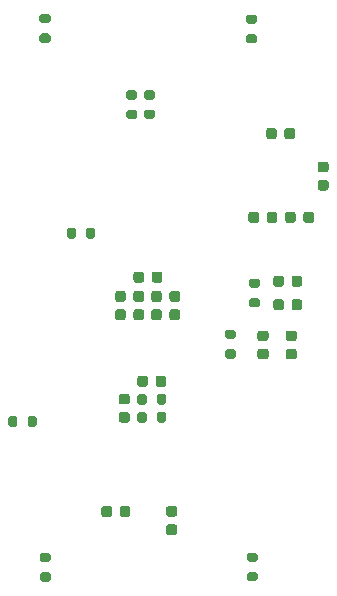
<source format=gbr>
%TF.GenerationSoftware,KiCad,Pcbnew,(5.1.9)-1*%
%TF.CreationDate,2021-04-28T15:16:42-04:00*%
%TF.ProjectId,final_design_v3,66696e61-6c5f-4646-9573-69676e5f7633,rev?*%
%TF.SameCoordinates,Original*%
%TF.FileFunction,Paste,Bot*%
%TF.FilePolarity,Positive*%
%FSLAX46Y46*%
G04 Gerber Fmt 4.6, Leading zero omitted, Abs format (unit mm)*
G04 Created by KiCad (PCBNEW (5.1.9)-1) date 2021-04-28 15:16:42*
%MOMM*%
%LPD*%
G01*
G04 APERTURE LIST*
G04 APERTURE END LIST*
%TO.C,C1*%
G36*
G01*
X138638400Y-97514600D02*
X138638400Y-98014600D01*
G75*
G02*
X138413400Y-98239600I-225000J0D01*
G01*
X137963400Y-98239600D01*
G75*
G02*
X137738400Y-98014600I0J225000D01*
G01*
X137738400Y-97514600D01*
G75*
G02*
X137963400Y-97289600I225000J0D01*
G01*
X138413400Y-97289600D01*
G75*
G02*
X138638400Y-97514600I0J-225000D01*
G01*
G37*
G36*
G01*
X140188400Y-97514600D02*
X140188400Y-98014600D01*
G75*
G02*
X139963400Y-98239600I-225000J0D01*
G01*
X139513400Y-98239600D01*
G75*
G02*
X139288400Y-98014600I0J225000D01*
G01*
X139288400Y-97514600D01*
G75*
G02*
X139513400Y-97289600I225000J0D01*
G01*
X139963400Y-97289600D01*
G75*
G02*
X140188400Y-97514600I0J-225000D01*
G01*
G37*
%TD*%
%TO.C,C2*%
G36*
G01*
X141687000Y-100689600D02*
X141687000Y-101189600D01*
G75*
G02*
X141462000Y-101414600I-225000J0D01*
G01*
X141012000Y-101414600D01*
G75*
G02*
X140787000Y-101189600I0J225000D01*
G01*
X140787000Y-100689600D01*
G75*
G02*
X141012000Y-100464600I225000J0D01*
G01*
X141462000Y-100464600D01*
G75*
G02*
X141687000Y-100689600I0J-225000D01*
G01*
G37*
G36*
G01*
X140137000Y-100689600D02*
X140137000Y-101189600D01*
G75*
G02*
X139912000Y-101414600I-225000J0D01*
G01*
X139462000Y-101414600D01*
G75*
G02*
X139237000Y-101189600I0J225000D01*
G01*
X139237000Y-100689600D01*
G75*
G02*
X139462000Y-100464600I225000J0D01*
G01*
X139912000Y-100464600D01*
G75*
G02*
X140137000Y-100689600I0J-225000D01*
G01*
G37*
%TD*%
%TO.C,C3*%
G36*
G01*
X137739000Y-101189600D02*
X137739000Y-100689600D01*
G75*
G02*
X137964000Y-100464600I225000J0D01*
G01*
X138414000Y-100464600D01*
G75*
G02*
X138639000Y-100689600I0J-225000D01*
G01*
X138639000Y-101189600D01*
G75*
G02*
X138414000Y-101414600I-225000J0D01*
G01*
X137964000Y-101414600D01*
G75*
G02*
X137739000Y-101189600I0J225000D01*
G01*
G37*
G36*
G01*
X136189000Y-101189600D02*
X136189000Y-100689600D01*
G75*
G02*
X136414000Y-100464600I225000J0D01*
G01*
X136864000Y-100464600D01*
G75*
G02*
X137089000Y-100689600I0J-225000D01*
G01*
X137089000Y-101189600D01*
G75*
G02*
X136864000Y-101414600I-225000J0D01*
G01*
X136414000Y-101414600D01*
G75*
G02*
X136189000Y-101189600I0J225000D01*
G01*
G37*
%TD*%
%TO.C,C4*%
G36*
G01*
X136189000Y-99640200D02*
X136189000Y-99140200D01*
G75*
G02*
X136414000Y-98915200I225000J0D01*
G01*
X136864000Y-98915200D01*
G75*
G02*
X137089000Y-99140200I0J-225000D01*
G01*
X137089000Y-99640200D01*
G75*
G02*
X136864000Y-99865200I-225000J0D01*
G01*
X136414000Y-99865200D01*
G75*
G02*
X136189000Y-99640200I0J225000D01*
G01*
G37*
G36*
G01*
X137739000Y-99640200D02*
X137739000Y-99140200D01*
G75*
G02*
X137964000Y-98915200I225000J0D01*
G01*
X138414000Y-98915200D01*
G75*
G02*
X138639000Y-99140200I0J-225000D01*
G01*
X138639000Y-99640200D01*
G75*
G02*
X138414000Y-99865200I-225000J0D01*
G01*
X137964000Y-99865200D01*
G75*
G02*
X137739000Y-99640200I0J225000D01*
G01*
G37*
%TD*%
%TO.C,C5*%
G36*
G01*
X140141399Y-99142601D02*
X140141399Y-99642601D01*
G75*
G02*
X139916399Y-99867601I-225000J0D01*
G01*
X139466399Y-99867601D01*
G75*
G02*
X139241399Y-99642601I0J225000D01*
G01*
X139241399Y-99142601D01*
G75*
G02*
X139466399Y-98917601I225000J0D01*
G01*
X139916399Y-98917601D01*
G75*
G02*
X140141399Y-99142601I0J-225000D01*
G01*
G37*
G36*
G01*
X141691399Y-99142601D02*
X141691399Y-99642601D01*
G75*
G02*
X141466399Y-99867601I-225000J0D01*
G01*
X141016399Y-99867601D01*
G75*
G02*
X140791399Y-99642601I0J225000D01*
G01*
X140791399Y-99142601D01*
G75*
G02*
X141016399Y-98917601I225000J0D01*
G01*
X141466399Y-98917601D01*
G75*
G02*
X141691399Y-99142601I0J-225000D01*
G01*
G37*
%TD*%
%TO.C,C8*%
G36*
G01*
X150475000Y-99850000D02*
X150475000Y-100350000D01*
G75*
G02*
X150250000Y-100575000I-225000J0D01*
G01*
X149800000Y-100575000D01*
G75*
G02*
X149575000Y-100350000I0J225000D01*
G01*
X149575000Y-99850000D01*
G75*
G02*
X149800000Y-99625000I225000J0D01*
G01*
X150250000Y-99625000D01*
G75*
G02*
X150475000Y-99850000I0J-225000D01*
G01*
G37*
G36*
G01*
X152025000Y-99850000D02*
X152025000Y-100350000D01*
G75*
G02*
X151800000Y-100575000I-225000J0D01*
G01*
X151350000Y-100575000D01*
G75*
G02*
X151125000Y-100350000I0J225000D01*
G01*
X151125000Y-99850000D01*
G75*
G02*
X151350000Y-99625000I225000J0D01*
G01*
X151800000Y-99625000D01*
G75*
G02*
X152025000Y-99850000I0J-225000D01*
G01*
G37*
%TD*%
%TO.C,C9*%
G36*
G01*
X148950000Y-103175000D02*
X148450000Y-103175000D01*
G75*
G02*
X148225000Y-102950000I0J225000D01*
G01*
X148225000Y-102500000D01*
G75*
G02*
X148450000Y-102275000I225000J0D01*
G01*
X148950000Y-102275000D01*
G75*
G02*
X149175000Y-102500000I0J-225000D01*
G01*
X149175000Y-102950000D01*
G75*
G02*
X148950000Y-103175000I-225000J0D01*
G01*
G37*
G36*
G01*
X148950000Y-104725000D02*
X148450000Y-104725000D01*
G75*
G02*
X148225000Y-104500000I0J225000D01*
G01*
X148225000Y-104050000D01*
G75*
G02*
X148450000Y-103825000I225000J0D01*
G01*
X148950000Y-103825000D01*
G75*
G02*
X149175000Y-104050000I0J-225000D01*
G01*
X149175000Y-104500000D01*
G75*
G02*
X148950000Y-104725000I-225000J0D01*
G01*
G37*
%TD*%
%TO.C,C10*%
G36*
G01*
X151350000Y-104725000D02*
X150850000Y-104725000D01*
G75*
G02*
X150625000Y-104500000I0J225000D01*
G01*
X150625000Y-104050000D01*
G75*
G02*
X150850000Y-103825000I225000J0D01*
G01*
X151350000Y-103825000D01*
G75*
G02*
X151575000Y-104050000I0J-225000D01*
G01*
X151575000Y-104500000D01*
G75*
G02*
X151350000Y-104725000I-225000J0D01*
G01*
G37*
G36*
G01*
X151350000Y-103175000D02*
X150850000Y-103175000D01*
G75*
G02*
X150625000Y-102950000I0J225000D01*
G01*
X150625000Y-102500000D01*
G75*
G02*
X150850000Y-102275000I225000J0D01*
G01*
X151350000Y-102275000D01*
G75*
G02*
X151575000Y-102500000I0J-225000D01*
G01*
X151575000Y-102950000D01*
G75*
G02*
X151350000Y-103175000I-225000J0D01*
G01*
G37*
%TD*%
%TO.C,C11*%
G36*
G01*
X152025000Y-97850000D02*
X152025000Y-98350000D01*
G75*
G02*
X151800000Y-98575000I-225000J0D01*
G01*
X151350000Y-98575000D01*
G75*
G02*
X151125000Y-98350000I0J225000D01*
G01*
X151125000Y-97850000D01*
G75*
G02*
X151350000Y-97625000I225000J0D01*
G01*
X151800000Y-97625000D01*
G75*
G02*
X152025000Y-97850000I0J-225000D01*
G01*
G37*
G36*
G01*
X150475000Y-97850000D02*
X150475000Y-98350000D01*
G75*
G02*
X150250000Y-98575000I-225000J0D01*
G01*
X149800000Y-98575000D01*
G75*
G02*
X149575000Y-98350000I0J225000D01*
G01*
X149575000Y-97850000D01*
G75*
G02*
X149800000Y-97625000I225000J0D01*
G01*
X150250000Y-97625000D01*
G75*
G02*
X150475000Y-97850000I0J-225000D01*
G01*
G37*
%TD*%
%TO.C,C12*%
G36*
G01*
X139618600Y-106828400D02*
X139618600Y-106328400D01*
G75*
G02*
X139843600Y-106103400I225000J0D01*
G01*
X140293600Y-106103400D01*
G75*
G02*
X140518600Y-106328400I0J-225000D01*
G01*
X140518600Y-106828400D01*
G75*
G02*
X140293600Y-107053400I-225000J0D01*
G01*
X139843600Y-107053400D01*
G75*
G02*
X139618600Y-106828400I0J225000D01*
G01*
G37*
G36*
G01*
X138068600Y-106828400D02*
X138068600Y-106328400D01*
G75*
G02*
X138293600Y-106103400I225000J0D01*
G01*
X138743600Y-106103400D01*
G75*
G02*
X138968600Y-106328400I0J-225000D01*
G01*
X138968600Y-106828400D01*
G75*
G02*
X138743600Y-107053400I-225000J0D01*
G01*
X138293600Y-107053400D01*
G75*
G02*
X138068600Y-106828400I0J225000D01*
G01*
G37*
%TD*%
%TO.C,C13*%
G36*
G01*
X137206800Y-110089400D02*
X136706800Y-110089400D01*
G75*
G02*
X136481800Y-109864400I0J225000D01*
G01*
X136481800Y-109414400D01*
G75*
G02*
X136706800Y-109189400I225000J0D01*
G01*
X137206800Y-109189400D01*
G75*
G02*
X137431800Y-109414400I0J-225000D01*
G01*
X137431800Y-109864400D01*
G75*
G02*
X137206800Y-110089400I-225000J0D01*
G01*
G37*
G36*
G01*
X137206800Y-108539400D02*
X136706800Y-108539400D01*
G75*
G02*
X136481800Y-108314400I0J225000D01*
G01*
X136481800Y-107864400D01*
G75*
G02*
X136706800Y-107639400I225000J0D01*
G01*
X137206800Y-107639400D01*
G75*
G02*
X137431800Y-107864400I0J-225000D01*
G01*
X137431800Y-108314400D01*
G75*
G02*
X137206800Y-108539400I-225000J0D01*
G01*
G37*
%TD*%
%TO.C,C15*%
G36*
G01*
X137470600Y-117352000D02*
X137470600Y-117852000D01*
G75*
G02*
X137245600Y-118077000I-225000J0D01*
G01*
X136795600Y-118077000D01*
G75*
G02*
X136570600Y-117852000I0J225000D01*
G01*
X136570600Y-117352000D01*
G75*
G02*
X136795600Y-117127000I225000J0D01*
G01*
X137245600Y-117127000D01*
G75*
G02*
X137470600Y-117352000I0J-225000D01*
G01*
G37*
G36*
G01*
X135920600Y-117352000D02*
X135920600Y-117852000D01*
G75*
G02*
X135695600Y-118077000I-225000J0D01*
G01*
X135245600Y-118077000D01*
G75*
G02*
X135020600Y-117852000I0J225000D01*
G01*
X135020600Y-117352000D01*
G75*
G02*
X135245600Y-117127000I225000J0D01*
G01*
X135695600Y-117127000D01*
G75*
G02*
X135920600Y-117352000I0J-225000D01*
G01*
G37*
%TD*%
%TO.C,C16*%
G36*
G01*
X140720000Y-118689000D02*
X141220000Y-118689000D01*
G75*
G02*
X141445000Y-118914000I0J-225000D01*
G01*
X141445000Y-119364000D01*
G75*
G02*
X141220000Y-119589000I-225000J0D01*
G01*
X140720000Y-119589000D01*
G75*
G02*
X140495000Y-119364000I0J225000D01*
G01*
X140495000Y-118914000D01*
G75*
G02*
X140720000Y-118689000I225000J0D01*
G01*
G37*
G36*
G01*
X140720000Y-117139000D02*
X141220000Y-117139000D01*
G75*
G02*
X141445000Y-117364000I0J-225000D01*
G01*
X141445000Y-117814000D01*
G75*
G02*
X141220000Y-118039000I-225000J0D01*
G01*
X140720000Y-118039000D01*
G75*
G02*
X140495000Y-117814000I0J225000D01*
G01*
X140495000Y-117364000D01*
G75*
G02*
X140720000Y-117139000I225000J0D01*
G01*
G37*
%TD*%
%TO.C,C21*%
G36*
G01*
X149925000Y-92450000D02*
X149925000Y-92950000D01*
G75*
G02*
X149700000Y-93175000I-225000J0D01*
G01*
X149250000Y-93175000D01*
G75*
G02*
X149025000Y-92950000I0J225000D01*
G01*
X149025000Y-92450000D01*
G75*
G02*
X149250000Y-92225000I225000J0D01*
G01*
X149700000Y-92225000D01*
G75*
G02*
X149925000Y-92450000I0J-225000D01*
G01*
G37*
G36*
G01*
X148375000Y-92450000D02*
X148375000Y-92950000D01*
G75*
G02*
X148150000Y-93175000I-225000J0D01*
G01*
X147700000Y-93175000D01*
G75*
G02*
X147475000Y-92950000I0J225000D01*
G01*
X147475000Y-92450000D01*
G75*
G02*
X147700000Y-92225000I225000J0D01*
G01*
X148150000Y-92225000D01*
G75*
G02*
X148375000Y-92450000I0J-225000D01*
G01*
G37*
%TD*%
%TO.C,C24*%
G36*
G01*
X153550000Y-87975000D02*
X154050000Y-87975000D01*
G75*
G02*
X154275000Y-88200000I0J-225000D01*
G01*
X154275000Y-88650000D01*
G75*
G02*
X154050000Y-88875000I-225000J0D01*
G01*
X153550000Y-88875000D01*
G75*
G02*
X153325000Y-88650000I0J225000D01*
G01*
X153325000Y-88200000D01*
G75*
G02*
X153550000Y-87975000I225000J0D01*
G01*
G37*
G36*
G01*
X153550000Y-89525000D02*
X154050000Y-89525000D01*
G75*
G02*
X154275000Y-89750000I0J-225000D01*
G01*
X154275000Y-90200000D01*
G75*
G02*
X154050000Y-90425000I-225000J0D01*
G01*
X153550000Y-90425000D01*
G75*
G02*
X153325000Y-90200000I0J225000D01*
G01*
X153325000Y-89750000D01*
G75*
G02*
X153550000Y-89525000I225000J0D01*
G01*
G37*
%TD*%
%TO.C,C27*%
G36*
G01*
X150525000Y-85850000D02*
X150525000Y-85350000D01*
G75*
G02*
X150750000Y-85125000I225000J0D01*
G01*
X151200000Y-85125000D01*
G75*
G02*
X151425000Y-85350000I0J-225000D01*
G01*
X151425000Y-85850000D01*
G75*
G02*
X151200000Y-86075000I-225000J0D01*
G01*
X150750000Y-86075000D01*
G75*
G02*
X150525000Y-85850000I0J225000D01*
G01*
G37*
G36*
G01*
X148975000Y-85850000D02*
X148975000Y-85350000D01*
G75*
G02*
X149200000Y-85125000I225000J0D01*
G01*
X149650000Y-85125000D01*
G75*
G02*
X149875000Y-85350000I0J-225000D01*
G01*
X149875000Y-85850000D01*
G75*
G02*
X149650000Y-86075000I-225000J0D01*
G01*
X149200000Y-86075000D01*
G75*
G02*
X148975000Y-85850000I0J225000D01*
G01*
G37*
%TD*%
%TO.C,C28*%
G36*
G01*
X150575000Y-92950000D02*
X150575000Y-92450000D01*
G75*
G02*
X150800000Y-92225000I225000J0D01*
G01*
X151250000Y-92225000D01*
G75*
G02*
X151475000Y-92450000I0J-225000D01*
G01*
X151475000Y-92950000D01*
G75*
G02*
X151250000Y-93175000I-225000J0D01*
G01*
X150800000Y-93175000D01*
G75*
G02*
X150575000Y-92950000I0J225000D01*
G01*
G37*
G36*
G01*
X152125000Y-92950000D02*
X152125000Y-92450000D01*
G75*
G02*
X152350000Y-92225000I225000J0D01*
G01*
X152800000Y-92225000D01*
G75*
G02*
X153025000Y-92450000I0J-225000D01*
G01*
X153025000Y-92950000D01*
G75*
G02*
X152800000Y-93175000I-225000J0D01*
G01*
X152350000Y-93175000D01*
G75*
G02*
X152125000Y-92950000I0J225000D01*
G01*
G37*
%TD*%
%TO.C,R1*%
G36*
G01*
X129571200Y-109707000D02*
X129571200Y-110257000D01*
G75*
G02*
X129371200Y-110457000I-200000J0D01*
G01*
X128971200Y-110457000D01*
G75*
G02*
X128771200Y-110257000I0J200000D01*
G01*
X128771200Y-109707000D01*
G75*
G02*
X128971200Y-109507000I200000J0D01*
G01*
X129371200Y-109507000D01*
G75*
G02*
X129571200Y-109707000I0J-200000D01*
G01*
G37*
G36*
G01*
X127921200Y-109707000D02*
X127921200Y-110257000D01*
G75*
G02*
X127721200Y-110457000I-200000J0D01*
G01*
X127321200Y-110457000D01*
G75*
G02*
X127121200Y-110257000I0J200000D01*
G01*
X127121200Y-109707000D01*
G75*
G02*
X127321200Y-109507000I200000J0D01*
G01*
X127721200Y-109507000D01*
G75*
G02*
X127921200Y-109707000I0J-200000D01*
G01*
G37*
%TD*%
%TO.C,R2*%
G36*
G01*
X145673400Y-103853800D02*
X146223400Y-103853800D01*
G75*
G02*
X146423400Y-104053800I0J-200000D01*
G01*
X146423400Y-104453800D01*
G75*
G02*
X146223400Y-104653800I-200000J0D01*
G01*
X145673400Y-104653800D01*
G75*
G02*
X145473400Y-104453800I0J200000D01*
G01*
X145473400Y-104053800D01*
G75*
G02*
X145673400Y-103853800I200000J0D01*
G01*
G37*
G36*
G01*
X145673400Y-102203800D02*
X146223400Y-102203800D01*
G75*
G02*
X146423400Y-102403800I0J-200000D01*
G01*
X146423400Y-102803800D01*
G75*
G02*
X146223400Y-103003800I-200000J0D01*
G01*
X145673400Y-103003800D01*
G75*
G02*
X145473400Y-102803800I0J200000D01*
G01*
X145473400Y-102403800D01*
G75*
G02*
X145673400Y-102203800I200000J0D01*
G01*
G37*
%TD*%
%TO.C,R3*%
G36*
G01*
X134524200Y-93755800D02*
X134524200Y-94305800D01*
G75*
G02*
X134324200Y-94505800I-200000J0D01*
G01*
X133924200Y-94505800D01*
G75*
G02*
X133724200Y-94305800I0J200000D01*
G01*
X133724200Y-93755800D01*
G75*
G02*
X133924200Y-93555800I200000J0D01*
G01*
X134324200Y-93555800D01*
G75*
G02*
X134524200Y-93755800I0J-200000D01*
G01*
G37*
G36*
G01*
X132874200Y-93755800D02*
X132874200Y-94305800D01*
G75*
G02*
X132674200Y-94505800I-200000J0D01*
G01*
X132274200Y-94505800D01*
G75*
G02*
X132074200Y-94305800I0J200000D01*
G01*
X132074200Y-93755800D01*
G75*
G02*
X132274200Y-93555800I200000J0D01*
G01*
X132674200Y-93555800D01*
G75*
G02*
X132874200Y-93755800I0J-200000D01*
G01*
G37*
%TD*%
%TO.C,R4*%
G36*
G01*
X139718600Y-109901400D02*
X139718600Y-109351400D01*
G75*
G02*
X139918600Y-109151400I200000J0D01*
G01*
X140318600Y-109151400D01*
G75*
G02*
X140518600Y-109351400I0J-200000D01*
G01*
X140518600Y-109901400D01*
G75*
G02*
X140318600Y-110101400I-200000J0D01*
G01*
X139918600Y-110101400D01*
G75*
G02*
X139718600Y-109901400I0J200000D01*
G01*
G37*
G36*
G01*
X138068600Y-109901400D02*
X138068600Y-109351400D01*
G75*
G02*
X138268600Y-109151400I200000J0D01*
G01*
X138668600Y-109151400D01*
G75*
G02*
X138868600Y-109351400I0J-200000D01*
G01*
X138868600Y-109901400D01*
G75*
G02*
X138668600Y-110101400I-200000J0D01*
G01*
X138268600Y-110101400D01*
G75*
G02*
X138068600Y-109901400I0J200000D01*
G01*
G37*
%TD*%
%TO.C,R5*%
G36*
G01*
X138068600Y-108377400D02*
X138068600Y-107827400D01*
G75*
G02*
X138268600Y-107627400I200000J0D01*
G01*
X138668600Y-107627400D01*
G75*
G02*
X138868600Y-107827400I0J-200000D01*
G01*
X138868600Y-108377400D01*
G75*
G02*
X138668600Y-108577400I-200000J0D01*
G01*
X138268600Y-108577400D01*
G75*
G02*
X138068600Y-108377400I0J200000D01*
G01*
G37*
G36*
G01*
X139718600Y-108377400D02*
X139718600Y-107827400D01*
G75*
G02*
X139918600Y-107627400I200000J0D01*
G01*
X140318600Y-107627400D01*
G75*
G02*
X140518600Y-107827400I0J-200000D01*
G01*
X140518600Y-108377400D01*
G75*
G02*
X140318600Y-108577400I-200000J0D01*
G01*
X139918600Y-108577400D01*
G75*
G02*
X139718600Y-108377400I0J200000D01*
G01*
G37*
%TD*%
%TO.C,R6*%
G36*
G01*
X138825000Y-83575000D02*
X139375000Y-83575000D01*
G75*
G02*
X139575000Y-83775000I0J-200000D01*
G01*
X139575000Y-84175000D01*
G75*
G02*
X139375000Y-84375000I-200000J0D01*
G01*
X138825000Y-84375000D01*
G75*
G02*
X138625000Y-84175000I0J200000D01*
G01*
X138625000Y-83775000D01*
G75*
G02*
X138825000Y-83575000I200000J0D01*
G01*
G37*
G36*
G01*
X138825000Y-81925000D02*
X139375000Y-81925000D01*
G75*
G02*
X139575000Y-82125000I0J-200000D01*
G01*
X139575000Y-82525000D01*
G75*
G02*
X139375000Y-82725000I-200000J0D01*
G01*
X138825000Y-82725000D01*
G75*
G02*
X138625000Y-82525000I0J200000D01*
G01*
X138625000Y-82125000D01*
G75*
G02*
X138825000Y-81925000I200000J0D01*
G01*
G37*
%TD*%
%TO.C,R7*%
G36*
G01*
X137325000Y-83575000D02*
X137875000Y-83575000D01*
G75*
G02*
X138075000Y-83775000I0J-200000D01*
G01*
X138075000Y-84175000D01*
G75*
G02*
X137875000Y-84375000I-200000J0D01*
G01*
X137325000Y-84375000D01*
G75*
G02*
X137125000Y-84175000I0J200000D01*
G01*
X137125000Y-83775000D01*
G75*
G02*
X137325000Y-83575000I200000J0D01*
G01*
G37*
G36*
G01*
X137325000Y-81925000D02*
X137875000Y-81925000D01*
G75*
G02*
X138075000Y-82125000I0J-200000D01*
G01*
X138075000Y-82525000D01*
G75*
G02*
X137875000Y-82725000I-200000J0D01*
G01*
X137325000Y-82725000D01*
G75*
G02*
X137125000Y-82525000I0J200000D01*
G01*
X137125000Y-82125000D01*
G75*
G02*
X137325000Y-81925000I200000J0D01*
G01*
G37*
%TD*%
%TO.C,R8*%
G36*
G01*
X147725000Y-99525000D02*
X148275000Y-99525000D01*
G75*
G02*
X148475000Y-99725000I0J-200000D01*
G01*
X148475000Y-100125000D01*
G75*
G02*
X148275000Y-100325000I-200000J0D01*
G01*
X147725000Y-100325000D01*
G75*
G02*
X147525000Y-100125000I0J200000D01*
G01*
X147525000Y-99725000D01*
G75*
G02*
X147725000Y-99525000I200000J0D01*
G01*
G37*
G36*
G01*
X147725000Y-97875000D02*
X148275000Y-97875000D01*
G75*
G02*
X148475000Y-98075000I0J-200000D01*
G01*
X148475000Y-98475000D01*
G75*
G02*
X148275000Y-98675000I-200000J0D01*
G01*
X147725000Y-98675000D01*
G75*
G02*
X147525000Y-98475000I0J200000D01*
G01*
X147525000Y-98075000D01*
G75*
G02*
X147725000Y-97875000I200000J0D01*
G01*
G37*
%TD*%
%TO.C,R13*%
G36*
G01*
X129975000Y-75475000D02*
X130525000Y-75475000D01*
G75*
G02*
X130725000Y-75675000I0J-200000D01*
G01*
X130725000Y-76075000D01*
G75*
G02*
X130525000Y-76275000I-200000J0D01*
G01*
X129975000Y-76275000D01*
G75*
G02*
X129775000Y-76075000I0J200000D01*
G01*
X129775000Y-75675000D01*
G75*
G02*
X129975000Y-75475000I200000J0D01*
G01*
G37*
G36*
G01*
X129975000Y-77125000D02*
X130525000Y-77125000D01*
G75*
G02*
X130725000Y-77325000I0J-200000D01*
G01*
X130725000Y-77725000D01*
G75*
G02*
X130525000Y-77925000I-200000J0D01*
G01*
X129975000Y-77925000D01*
G75*
G02*
X129775000Y-77725000I0J200000D01*
G01*
X129775000Y-77325000D01*
G75*
G02*
X129975000Y-77125000I200000J0D01*
G01*
G37*
%TD*%
%TO.C,R14*%
G36*
G01*
X130551600Y-121901400D02*
X130001600Y-121901400D01*
G75*
G02*
X129801600Y-121701400I0J200000D01*
G01*
X129801600Y-121301400D01*
G75*
G02*
X130001600Y-121101400I200000J0D01*
G01*
X130551600Y-121101400D01*
G75*
G02*
X130751600Y-121301400I0J-200000D01*
G01*
X130751600Y-121701400D01*
G75*
G02*
X130551600Y-121901400I-200000J0D01*
G01*
G37*
G36*
G01*
X130551600Y-123551400D02*
X130001600Y-123551400D01*
G75*
G02*
X129801600Y-123351400I0J200000D01*
G01*
X129801600Y-122951400D01*
G75*
G02*
X130001600Y-122751400I200000J0D01*
G01*
X130551600Y-122751400D01*
G75*
G02*
X130751600Y-122951400I0J-200000D01*
G01*
X130751600Y-123351400D01*
G75*
G02*
X130551600Y-123551400I-200000J0D01*
G01*
G37*
%TD*%
%TO.C,R17*%
G36*
G01*
X147475000Y-75525000D02*
X148025000Y-75525000D01*
G75*
G02*
X148225000Y-75725000I0J-200000D01*
G01*
X148225000Y-76125000D01*
G75*
G02*
X148025000Y-76325000I-200000J0D01*
G01*
X147475000Y-76325000D01*
G75*
G02*
X147275000Y-76125000I0J200000D01*
G01*
X147275000Y-75725000D01*
G75*
G02*
X147475000Y-75525000I200000J0D01*
G01*
G37*
G36*
G01*
X147475000Y-77175000D02*
X148025000Y-77175000D01*
G75*
G02*
X148225000Y-77375000I0J-200000D01*
G01*
X148225000Y-77775000D01*
G75*
G02*
X148025000Y-77975000I-200000J0D01*
G01*
X147475000Y-77975000D01*
G75*
G02*
X147275000Y-77775000I0J200000D01*
G01*
X147275000Y-77375000D01*
G75*
G02*
X147475000Y-77175000I200000J0D01*
G01*
G37*
%TD*%
%TO.C,R18*%
G36*
G01*
X148075000Y-123525000D02*
X147525000Y-123525000D01*
G75*
G02*
X147325000Y-123325000I0J200000D01*
G01*
X147325000Y-122925000D01*
G75*
G02*
X147525000Y-122725000I200000J0D01*
G01*
X148075000Y-122725000D01*
G75*
G02*
X148275000Y-122925000I0J-200000D01*
G01*
X148275000Y-123325000D01*
G75*
G02*
X148075000Y-123525000I-200000J0D01*
G01*
G37*
G36*
G01*
X148075000Y-121875000D02*
X147525000Y-121875000D01*
G75*
G02*
X147325000Y-121675000I0J200000D01*
G01*
X147325000Y-121275000D01*
G75*
G02*
X147525000Y-121075000I200000J0D01*
G01*
X148075000Y-121075000D01*
G75*
G02*
X148275000Y-121275000I0J-200000D01*
G01*
X148275000Y-121675000D01*
G75*
G02*
X148075000Y-121875000I-200000J0D01*
G01*
G37*
%TD*%
M02*

</source>
